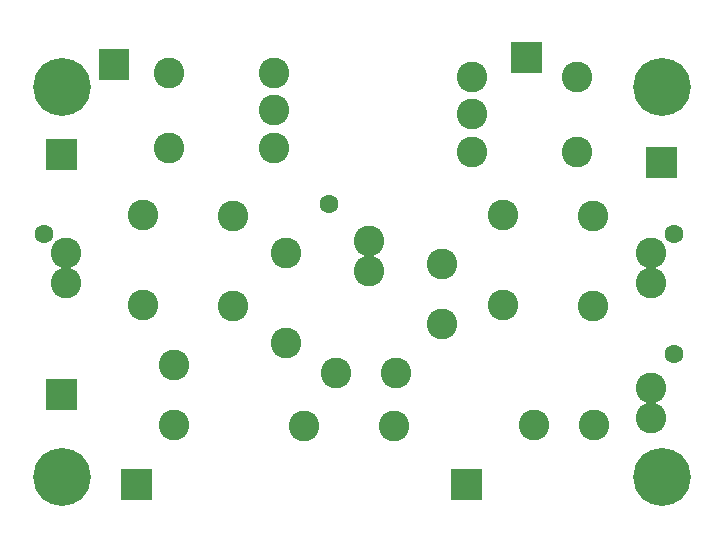
<source format=gbr>
%FSLAX34Y34*%
%MOMM*%
%LNSOLDERMASK_BOTTOM*%
G71*
G01*
%ADD10C,2.600*%
%ADD11C,2.600*%
%ADD12C,4.900*%
%ADD13C,1.600*%
%LPD*%
X6350Y-3050D02*
G54D10*
D03*
X6350Y-28450D02*
G54D10*
D03*
X-158750Y-107950D02*
G54D10*
D03*
X-158750Y-158750D02*
G54D10*
D03*
X146050Y-158750D02*
G54D10*
D03*
X196850Y-158750D02*
G54D10*
D03*
X-64083Y-13184D02*
G54D10*
D03*
X-64133Y-89434D02*
G54D10*
D03*
X-64083Y-13184D02*
G54D11*
D03*
X67931Y-22198D02*
G54D10*
D03*
X68043Y-73179D02*
G54D10*
D03*
X67931Y-22198D02*
G54D11*
D03*
X29203Y-114626D02*
G54D10*
D03*
X-21778Y-114739D02*
G54D10*
D03*
X29203Y-114626D02*
G54D11*
D03*
X27416Y-159362D02*
G54D10*
D03*
X-48834Y-159312D02*
G54D10*
D03*
X27416Y-159361D02*
G54D11*
D03*
X-184733Y18566D02*
G54D10*
D03*
X-184783Y-57684D02*
G54D10*
D03*
X-184733Y18566D02*
G54D11*
D03*
X-108542Y18492D02*
G54D10*
D03*
X-184792Y18542D02*
G54D10*
D03*
X-108542Y18492D02*
G54D11*
D03*
X-108542Y18492D02*
G54D10*
D03*
X-108592Y-57758D02*
G54D10*
D03*
X-108542Y18492D02*
G54D11*
D03*
X120067Y18566D02*
G54D10*
D03*
X120017Y-57684D02*
G54D10*
D03*
X120067Y18566D02*
G54D11*
D03*
X196258Y18492D02*
G54D10*
D03*
X120008Y18542D02*
G54D10*
D03*
X196258Y18492D02*
G54D11*
D03*
X196258Y18492D02*
G54D10*
D03*
X196208Y-57758D02*
G54D10*
D03*
X196258Y18492D02*
G54D11*
D03*
X-250377Y-13139D02*
G54D10*
D03*
X-250377Y-38539D02*
G54D10*
D03*
X244923Y-13139D02*
G54D10*
D03*
X244923Y-38539D02*
G54D10*
D03*
X244923Y-127439D02*
G54D10*
D03*
X244923Y-152839D02*
G54D10*
D03*
X-163150Y139173D02*
G54D10*
D03*
X-163150Y75673D02*
G54D10*
D03*
X-74250Y139173D02*
G54D10*
D03*
X-74250Y107423D02*
G54D10*
D03*
X-74250Y75673D02*
G54D10*
D03*
X182290Y72380D02*
G54D10*
D03*
X182290Y135880D02*
G54D10*
D03*
X93390Y72380D02*
G54D10*
D03*
X93390Y104130D02*
G54D10*
D03*
X93390Y135880D02*
G54D10*
D03*
X-254000Y127000D02*
G54D12*
D03*
X254000Y127000D02*
G54D12*
D03*
X-254000Y-203200D02*
G54D12*
D03*
X254000Y-203200D02*
G54D12*
D03*
G36*
X-267000Y82900D02*
X-241000Y82900D01*
X-241000Y56900D01*
X-267000Y56900D01*
X-267000Y82900D01*
G37*
G36*
X-267000Y-120300D02*
X-241000Y-120300D01*
X-241000Y-146300D01*
X-267000Y-146300D01*
X-267000Y-120300D01*
G37*
G36*
X-203500Y-196500D02*
X-177500Y-196500D01*
X-177500Y-222500D01*
X-203500Y-222500D01*
X-203500Y-196500D01*
G37*
G36*
X75900Y-196500D02*
X101900Y-196500D01*
X101900Y-222500D01*
X75900Y-222500D01*
X75900Y-196500D01*
G37*
G36*
X126700Y165450D02*
X152700Y165450D01*
X152700Y139450D01*
X126700Y139450D01*
X126700Y165450D01*
G37*
G36*
X-222550Y159100D02*
X-196550Y159100D01*
X-196550Y133100D01*
X-222550Y133100D01*
X-222550Y159100D01*
G37*
G36*
X241000Y76550D02*
X267000Y76550D01*
X267000Y50550D01*
X241000Y50550D01*
X241000Y76550D01*
G37*
X-269100Y3010D02*
G54D13*
D03*
X264300Y3010D02*
G54D13*
D03*
X-27800Y28410D02*
G54D13*
D03*
X264300Y-98590D02*
G54D13*
D03*
M02*

</source>
